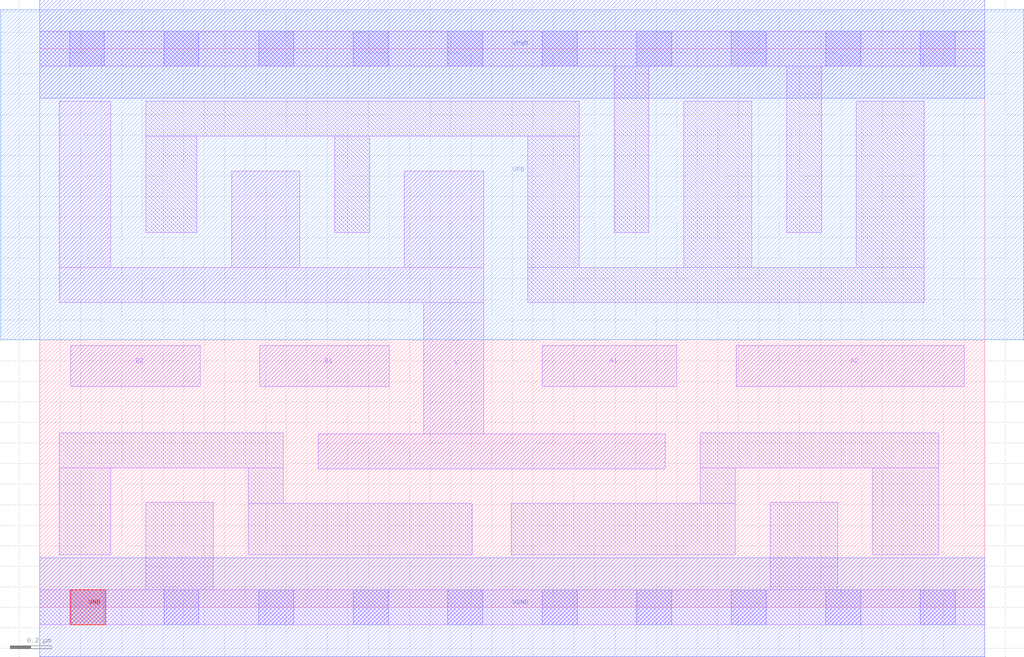
<source format=lef>
# Copyright 2020 The SkyWater PDK Authors
#
# Licensed under the Apache License, Version 2.0 (the "License");
# you may not use this file except in compliance with the License.
# You may obtain a copy of the License at
#
#     https://www.apache.org/licenses/LICENSE-2.0
#
# Unless required by applicable law or agreed to in writing, software
# distributed under the License is distributed on an "AS IS" BASIS,
# WITHOUT WARRANTIES OR CONDITIONS OF ANY KIND, either express or implied.
# See the License for the specific language governing permissions and
# limitations under the License.
#
# SPDX-License-Identifier: Apache-2.0

VERSION 5.7 ;
  NOWIREEXTENSIONATPIN ON ;
  DIVIDERCHAR "/" ;
  BUSBITCHARS "[]" ;
MACRO sky130_fd_sc_hd__a22oi_2
  CLASS CORE ;
  FOREIGN sky130_fd_sc_hd__a22oi_2 ;
  ORIGIN  0.000000  0.000000 ;
  SIZE  4.600000 BY  2.720000 ;
  SYMMETRY X Y R90 ;
  SITE unithd ;
  PIN A1
    ANTENNAGATEAREA  0.495000 ;
    DIRECTION INPUT ;
    USE SIGNAL ;
    PORT
      LAYER li1 ;
        RECT 2.445000 1.075000 3.100000 1.275000 ;
    END
  END A1
  PIN A2
    ANTENNAGATEAREA  0.495000 ;
    DIRECTION INPUT ;
    USE SIGNAL ;
    PORT
      LAYER li1 ;
        RECT 3.390000 1.075000 4.500000 1.275000 ;
    END
  END A2
  PIN B1
    ANTENNAGATEAREA  0.495000 ;
    DIRECTION INPUT ;
    USE SIGNAL ;
    PORT
      LAYER li1 ;
        RECT 1.070000 1.075000 1.700000 1.275000 ;
    END
  END B1
  PIN B2
    ANTENNAGATEAREA  0.495000 ;
    DIRECTION INPUT ;
    USE SIGNAL ;
    PORT
      LAYER li1 ;
        RECT 0.150000 1.075000 0.780000 1.275000 ;
    END
  END B2
  PIN VNB
    PORT
      LAYER pwell ;
        RECT 0.150000 -0.085000 0.320000 0.085000 ;
    END
  END VNB
  PIN VPB
    PORT
      LAYER nwell ;
        RECT -0.190000 1.305000 4.790000 2.910000 ;
    END
  END VPB
  PIN Y
    ANTENNADIFFAREA  1.141000 ;
    DIRECTION OUTPUT ;
    USE SIGNAL ;
    PORT
      LAYER li1 ;
        RECT 0.095000 1.485000 2.160000 1.655000 ;
        RECT 0.095000 1.655000 0.345000 2.465000 ;
        RECT 0.935000 1.655000 1.265000 2.125000 ;
        RECT 1.355000 0.675000 3.045000 0.845000 ;
        RECT 1.775000 1.655000 2.160000 2.125000 ;
        RECT 1.870000 0.845000 2.160000 1.485000 ;
    END
  END Y
  PIN VGND
    DIRECTION INOUT ;
    SHAPE ABUTMENT ;
    USE GROUND ;
    PORT
      LAYER met1 ;
        RECT 0.000000 -0.240000 4.600000 0.240000 ;
    END
  END VGND
  PIN VPWR
    DIRECTION INOUT ;
    SHAPE ABUTMENT ;
    USE POWER ;
    PORT
      LAYER met1 ;
        RECT 0.000000 2.480000 4.600000 2.960000 ;
    END
  END VPWR
  OBS
    LAYER li1 ;
      RECT 0.000000 -0.085000 4.600000 0.085000 ;
      RECT 0.000000  2.635000 4.600000 2.805000 ;
      RECT 0.095000  0.255000 0.345000 0.680000 ;
      RECT 0.095000  0.680000 1.185000 0.850000 ;
      RECT 0.515000  0.085000 0.845000 0.510000 ;
      RECT 0.515000  1.825000 0.765000 2.295000 ;
      RECT 0.515000  2.295000 2.625000 2.465000 ;
      RECT 1.015000  0.255000 2.105000 0.505000 ;
      RECT 1.015000  0.505000 1.185000 0.680000 ;
      RECT 1.435000  1.825000 1.605000 2.295000 ;
      RECT 2.295000  0.255000 3.385000 0.505000 ;
      RECT 2.375000  1.485000 4.305000 1.655000 ;
      RECT 2.375000  1.655000 2.625000 2.295000 ;
      RECT 2.795000  1.825000 2.965000 2.635000 ;
      RECT 3.135000  1.655000 3.465000 2.465000 ;
      RECT 3.215000  0.505000 3.385000 0.680000 ;
      RECT 3.215000  0.680000 4.375000 0.850000 ;
      RECT 3.555000  0.085000 3.885000 0.510000 ;
      RECT 3.635000  1.825000 3.805000 2.635000 ;
      RECT 3.975000  1.655000 4.305000 2.465000 ;
      RECT 4.055000  0.255000 4.375000 0.680000 ;
    LAYER mcon ;
      RECT 0.145000 -0.085000 0.315000 0.085000 ;
      RECT 0.145000  2.635000 0.315000 2.805000 ;
      RECT 0.605000 -0.085000 0.775000 0.085000 ;
      RECT 0.605000  2.635000 0.775000 2.805000 ;
      RECT 1.065000 -0.085000 1.235000 0.085000 ;
      RECT 1.065000  2.635000 1.235000 2.805000 ;
      RECT 1.525000 -0.085000 1.695000 0.085000 ;
      RECT 1.525000  2.635000 1.695000 2.805000 ;
      RECT 1.985000 -0.085000 2.155000 0.085000 ;
      RECT 1.985000  2.635000 2.155000 2.805000 ;
      RECT 2.445000 -0.085000 2.615000 0.085000 ;
      RECT 2.445000  2.635000 2.615000 2.805000 ;
      RECT 2.905000 -0.085000 3.075000 0.085000 ;
      RECT 2.905000  2.635000 3.075000 2.805000 ;
      RECT 3.365000 -0.085000 3.535000 0.085000 ;
      RECT 3.365000  2.635000 3.535000 2.805000 ;
      RECT 3.825000 -0.085000 3.995000 0.085000 ;
      RECT 3.825000  2.635000 3.995000 2.805000 ;
      RECT 4.285000 -0.085000 4.455000 0.085000 ;
      RECT 4.285000  2.635000 4.455000 2.805000 ;
  END
END sky130_fd_sc_hd__a22oi_2
END LIBRARY

</source>
